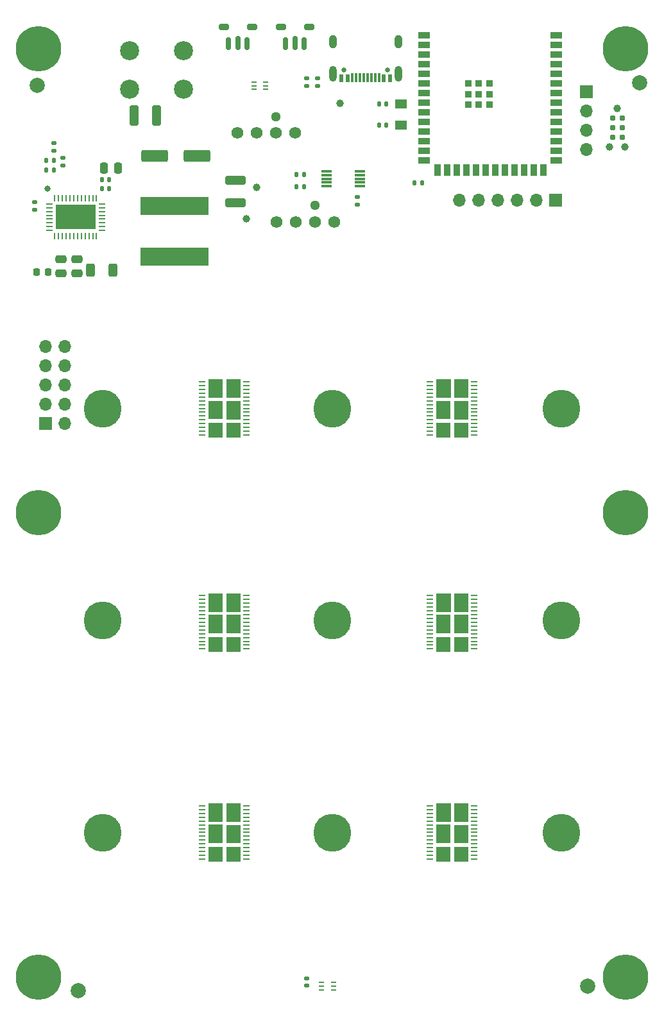
<source format=gbr>
%TF.GenerationSoftware,KiCad,Pcbnew,8.0.4*%
%TF.CreationDate,2024-08-30T10:45:38+02:00*%
%TF.ProjectId,bitaxeHex,62697461-7865-4486-9578-2e6b69636164,701*%
%TF.SameCoordinates,Original*%
%TF.FileFunction,Soldermask,Top*%
%TF.FilePolarity,Negative*%
%FSLAX46Y46*%
G04 Gerber Fmt 4.6, Leading zero omitted, Abs format (unit mm)*
G04 Created by KiCad (PCBNEW 8.0.4) date 2024-08-30 10:45:38*
%MOMM*%
%LPD*%
G01*
G04 APERTURE LIST*
G04 Aperture macros list*
%AMRoundRect*
0 Rectangle with rounded corners*
0 $1 Rounding radius*
0 $2 $3 $4 $5 $6 $7 $8 $9 X,Y pos of 4 corners*
0 Add a 4 corners polygon primitive as box body*
4,1,4,$2,$3,$4,$5,$6,$7,$8,$9,$2,$3,0*
0 Add four circle primitives for the rounded corners*
1,1,$1+$1,$2,$3*
1,1,$1+$1,$4,$5*
1,1,$1+$1,$6,$7*
1,1,$1+$1,$8,$9*
0 Add four rect primitives between the rounded corners*
20,1,$1+$1,$2,$3,$4,$5,0*
20,1,$1+$1,$4,$5,$6,$7,0*
20,1,$1+$1,$6,$7,$8,$9,0*
20,1,$1+$1,$8,$9,$2,$3,0*%
G04 Aperture macros list end*
%ADD10C,0.120000*%
%ADD11C,0.990600*%
%ADD12C,0.787400*%
%ADD13C,1.000000*%
%ADD14RoundRect,0.135000X0.185000X-0.135000X0.185000X0.135000X-0.185000X0.135000X-0.185000X-0.135000X0*%
%ADD15C,0.800000*%
%ADD16C,6.000000*%
%ADD17R,1.600200X1.168400*%
%ADD18C,2.520000*%
%ADD19C,1.295400*%
%ADD20C,1.574800*%
%ADD21C,5.000000*%
%ADD22RoundRect,0.250000X-0.475000X0.250000X-0.475000X-0.250000X0.475000X-0.250000X0.475000X0.250000X0*%
%ADD23RoundRect,0.135000X0.135000X0.185000X-0.135000X0.185000X-0.135000X-0.185000X0.135000X-0.185000X0*%
%ADD24RoundRect,0.200000X0.450000X0.200000X-0.450000X0.200000X-0.450000X-0.200000X0.450000X-0.200000X0*%
%ADD25O,0.740000X1.750000*%
%ADD26RoundRect,0.150000X0.150000X0.750000X-0.150000X0.750000X-0.150000X-0.750000X0.150000X-0.750000X0*%
%ADD27C,2.000000*%
%ADD28R,9.000000X2.380000*%
%ADD29RoundRect,0.140000X0.140000X0.170000X-0.140000X0.170000X-0.140000X-0.170000X0.140000X-0.170000X0*%
%ADD30RoundRect,0.225000X-0.225000X-0.250000X0.225000X-0.250000X0.225000X0.250000X-0.225000X0.250000X0*%
%ADD31RoundRect,0.250000X-1.500000X-0.550000X1.500000X-0.550000X1.500000X0.550000X-1.500000X0.550000X0*%
%ADD32R,1.700000X1.700000*%
%ADD33O,1.700000X1.700000*%
%ADD34RoundRect,0.055250X0.340750X0.055250X-0.340750X0.055250X-0.340750X-0.055250X0.340750X-0.055250X0*%
%ADD35RoundRect,0.135000X-0.185000X0.135000X-0.185000X-0.135000X0.185000X-0.135000X0.185000X0.135000X0*%
%ADD36RoundRect,0.140000X0.170000X-0.140000X0.170000X0.140000X-0.170000X0.140000X-0.170000X-0.140000X0*%
%ADD37RoundRect,0.250000X1.100000X-0.325000X1.100000X0.325000X-1.100000X0.325000X-1.100000X-0.325000X0*%
%ADD38RoundRect,0.140000X-0.140000X-0.170000X0.140000X-0.170000X0.140000X0.170000X-0.140000X0.170000X0*%
%ADD39R,1.400000X0.300000*%
%ADD40RoundRect,0.062500X0.062500X-0.337500X0.062500X0.337500X-0.062500X0.337500X-0.062500X-0.337500X0*%
%ADD41RoundRect,0.062500X0.337500X-0.062500X0.337500X0.062500X-0.337500X0.062500X-0.337500X-0.062500X0*%
%ADD42C,0.400000*%
%ADD43R,5.300000X3.300000*%
%ADD44R,0.711200X0.228600*%
%ADD45R,1.500000X0.900000*%
%ADD46R,0.900000X1.500000*%
%ADD47R,0.900000X0.900000*%
%ADD48RoundRect,0.250000X-0.325000X-1.100000X0.325000X-1.100000X0.325000X1.100000X-0.325000X1.100000X0*%
%ADD49RoundRect,0.140000X-0.170000X0.140000X-0.170000X-0.140000X0.170000X-0.140000X0.170000X0.140000X0*%
%ADD50C,0.650000*%
%ADD51R,0.600000X1.060000*%
%ADD52R,0.300000X1.150000*%
%ADD53O,1.000000X2.100000*%
%ADD54O,1.000000X1.800000*%
%ADD55RoundRect,0.135000X-0.135000X-0.185000X0.135000X-0.185000X0.135000X0.185000X-0.135000X0.185000X0*%
%ADD56RoundRect,0.250000X-0.312500X-0.625000X0.312500X-0.625000X0.312500X0.625000X-0.312500X0.625000X0*%
%ADD57RoundRect,0.250000X-0.250000X-0.475000X0.250000X-0.475000X0.250000X0.475000X-0.250000X0.475000X0*%
G04 APERTURE END LIST*
%TO.C,U12*%
D10*
X75888000Y-95966000D02*
X77688000Y-95966000D01*
X77688000Y-98326000D01*
X75888000Y-98326000D01*
X75888000Y-95966000D01*
G36*
X75888000Y-95966000D02*
G01*
X77688000Y-95966000D01*
X77688000Y-98326000D01*
X75888000Y-98326000D01*
X75888000Y-95966000D01*
G37*
X75908000Y-93156000D02*
X77708000Y-93156000D01*
X77708000Y-95516000D01*
X75908000Y-95516000D01*
X75908000Y-93156000D01*
G36*
X75908000Y-93156000D02*
G01*
X77708000Y-93156000D01*
X77708000Y-95516000D01*
X75908000Y-95516000D01*
X75908000Y-93156000D01*
G37*
X75908000Y-98916000D02*
X77688000Y-98916000D01*
X77688000Y-100786000D01*
X75908000Y-100786000D01*
X75908000Y-98916000D01*
G36*
X75908000Y-98916000D02*
G01*
X77688000Y-98916000D01*
X77688000Y-100786000D01*
X75908000Y-100786000D01*
X75908000Y-98916000D01*
G37*
X78258000Y-93156000D02*
X80058000Y-93156000D01*
X80058000Y-95516000D01*
X78258000Y-95516000D01*
X78258000Y-93156000D01*
G36*
X78258000Y-93156000D02*
G01*
X80058000Y-93156000D01*
X80058000Y-95516000D01*
X78258000Y-95516000D01*
X78258000Y-93156000D01*
G37*
X78258000Y-95976000D02*
X80058000Y-95976000D01*
X80058000Y-98336000D01*
X78258000Y-98336000D01*
X78258000Y-95976000D01*
G36*
X78258000Y-95976000D02*
G01*
X80058000Y-95976000D01*
X80058000Y-98336000D01*
X78258000Y-98336000D01*
X78258000Y-95976000D01*
G37*
X78278000Y-98906000D02*
X80058000Y-98906000D01*
X80058000Y-100786000D01*
X78278000Y-100786000D01*
X78278000Y-98906000D01*
G36*
X78278000Y-98906000D02*
G01*
X80058000Y-98906000D01*
X80058000Y-100786000D01*
X78278000Y-100786000D01*
X78278000Y-98906000D01*
G37*
%TO.C,U18*%
X105992000Y-124190000D02*
X107792000Y-124190000D01*
X107792000Y-126550000D01*
X105992000Y-126550000D01*
X105992000Y-124190000D01*
G36*
X105992000Y-124190000D02*
G01*
X107792000Y-124190000D01*
X107792000Y-126550000D01*
X105992000Y-126550000D01*
X105992000Y-124190000D01*
G37*
X106012000Y-121380000D02*
X107812000Y-121380000D01*
X107812000Y-123740000D01*
X106012000Y-123740000D01*
X106012000Y-121380000D01*
G36*
X106012000Y-121380000D02*
G01*
X107812000Y-121380000D01*
X107812000Y-123740000D01*
X106012000Y-123740000D01*
X106012000Y-121380000D01*
G37*
X106012000Y-127140000D02*
X107792000Y-127140000D01*
X107792000Y-129010000D01*
X106012000Y-129010000D01*
X106012000Y-127140000D01*
G36*
X106012000Y-127140000D02*
G01*
X107792000Y-127140000D01*
X107792000Y-129010000D01*
X106012000Y-129010000D01*
X106012000Y-127140000D01*
G37*
X108362000Y-121380000D02*
X110162000Y-121380000D01*
X110162000Y-123740000D01*
X108362000Y-123740000D01*
X108362000Y-121380000D01*
G36*
X108362000Y-121380000D02*
G01*
X110162000Y-121380000D01*
X110162000Y-123740000D01*
X108362000Y-123740000D01*
X108362000Y-121380000D01*
G37*
X108362000Y-124200000D02*
X110162000Y-124200000D01*
X110162000Y-126560000D01*
X108362000Y-126560000D01*
X108362000Y-124200000D01*
G36*
X108362000Y-124200000D02*
G01*
X110162000Y-124200000D01*
X110162000Y-126560000D01*
X108362000Y-126560000D01*
X108362000Y-124200000D01*
G37*
X108382000Y-127130000D02*
X110162000Y-127130000D01*
X110162000Y-129010000D01*
X108382000Y-129010000D01*
X108382000Y-127130000D01*
G36*
X108382000Y-127130000D02*
G01*
X110162000Y-127130000D01*
X110162000Y-129010000D01*
X108382000Y-129010000D01*
X108382000Y-127130000D01*
G37*
%TO.C,U28*%
X105992000Y-95966000D02*
X107792000Y-95966000D01*
X107792000Y-98326000D01*
X105992000Y-98326000D01*
X105992000Y-95966000D01*
G36*
X105992000Y-95966000D02*
G01*
X107792000Y-95966000D01*
X107792000Y-98326000D01*
X105992000Y-98326000D01*
X105992000Y-95966000D01*
G37*
X106012000Y-93156000D02*
X107812000Y-93156000D01*
X107812000Y-95516000D01*
X106012000Y-95516000D01*
X106012000Y-93156000D01*
G36*
X106012000Y-93156000D02*
G01*
X107812000Y-93156000D01*
X107812000Y-95516000D01*
X106012000Y-95516000D01*
X106012000Y-93156000D01*
G37*
X106012000Y-98916000D02*
X107792000Y-98916000D01*
X107792000Y-100786000D01*
X106012000Y-100786000D01*
X106012000Y-98916000D01*
G36*
X106012000Y-98916000D02*
G01*
X107792000Y-98916000D01*
X107792000Y-100786000D01*
X106012000Y-100786000D01*
X106012000Y-98916000D01*
G37*
X108362000Y-93156000D02*
X110162000Y-93156000D01*
X110162000Y-95516000D01*
X108362000Y-95516000D01*
X108362000Y-93156000D01*
G36*
X108362000Y-93156000D02*
G01*
X110162000Y-93156000D01*
X110162000Y-95516000D01*
X108362000Y-95516000D01*
X108362000Y-93156000D01*
G37*
X108362000Y-95976000D02*
X110162000Y-95976000D01*
X110162000Y-98336000D01*
X108362000Y-98336000D01*
X108362000Y-95976000D01*
G36*
X108362000Y-95976000D02*
G01*
X110162000Y-95976000D01*
X110162000Y-98336000D01*
X108362000Y-98336000D01*
X108362000Y-95976000D01*
G37*
X108382000Y-98906000D02*
X110162000Y-98906000D01*
X110162000Y-100786000D01*
X108382000Y-100786000D01*
X108382000Y-98906000D01*
G36*
X108382000Y-98906000D02*
G01*
X110162000Y-98906000D01*
X110162000Y-100786000D01*
X108382000Y-100786000D01*
X108382000Y-98906000D01*
G37*
%TO.C,U25*%
X105992000Y-151920000D02*
X107792000Y-151920000D01*
X107792000Y-154280000D01*
X105992000Y-154280000D01*
X105992000Y-151920000D01*
G36*
X105992000Y-151920000D02*
G01*
X107792000Y-151920000D01*
X107792000Y-154280000D01*
X105992000Y-154280000D01*
X105992000Y-151920000D01*
G37*
X106012000Y-149110000D02*
X107812000Y-149110000D01*
X107812000Y-151470000D01*
X106012000Y-151470000D01*
X106012000Y-149110000D01*
G36*
X106012000Y-149110000D02*
G01*
X107812000Y-149110000D01*
X107812000Y-151470000D01*
X106012000Y-151470000D01*
X106012000Y-149110000D01*
G37*
X106012000Y-154870000D02*
X107792000Y-154870000D01*
X107792000Y-156740000D01*
X106012000Y-156740000D01*
X106012000Y-154870000D01*
G36*
X106012000Y-154870000D02*
G01*
X107792000Y-154870000D01*
X107792000Y-156740000D01*
X106012000Y-156740000D01*
X106012000Y-154870000D01*
G37*
X108362000Y-149110000D02*
X110162000Y-149110000D01*
X110162000Y-151470000D01*
X108362000Y-151470000D01*
X108362000Y-149110000D01*
G36*
X108362000Y-149110000D02*
G01*
X110162000Y-149110000D01*
X110162000Y-151470000D01*
X108362000Y-151470000D01*
X108362000Y-149110000D01*
G37*
X108362000Y-151930000D02*
X110162000Y-151930000D01*
X110162000Y-154290000D01*
X108362000Y-154290000D01*
X108362000Y-151930000D01*
G36*
X108362000Y-151930000D02*
G01*
X110162000Y-151930000D01*
X110162000Y-154290000D01*
X108362000Y-154290000D01*
X108362000Y-151930000D01*
G37*
X108382000Y-154860000D02*
X110162000Y-154860000D01*
X110162000Y-156740000D01*
X108382000Y-156740000D01*
X108382000Y-154860000D01*
G36*
X108382000Y-154860000D02*
G01*
X110162000Y-154860000D01*
X110162000Y-156740000D01*
X108382000Y-156740000D01*
X108382000Y-154860000D01*
G37*
%TO.C,U13*%
X75888000Y-124190000D02*
X77688000Y-124190000D01*
X77688000Y-126550000D01*
X75888000Y-126550000D01*
X75888000Y-124190000D01*
G36*
X75888000Y-124190000D02*
G01*
X77688000Y-124190000D01*
X77688000Y-126550000D01*
X75888000Y-126550000D01*
X75888000Y-124190000D01*
G37*
X75908000Y-121380000D02*
X77708000Y-121380000D01*
X77708000Y-123740000D01*
X75908000Y-123740000D01*
X75908000Y-121380000D01*
G36*
X75908000Y-121380000D02*
G01*
X77708000Y-121380000D01*
X77708000Y-123740000D01*
X75908000Y-123740000D01*
X75908000Y-121380000D01*
G37*
X75908000Y-127140000D02*
X77688000Y-127140000D01*
X77688000Y-129010000D01*
X75908000Y-129010000D01*
X75908000Y-127140000D01*
G36*
X75908000Y-127140000D02*
G01*
X77688000Y-127140000D01*
X77688000Y-129010000D01*
X75908000Y-129010000D01*
X75908000Y-127140000D01*
G37*
X78258000Y-121380000D02*
X80058000Y-121380000D01*
X80058000Y-123740000D01*
X78258000Y-123740000D01*
X78258000Y-121380000D01*
G36*
X78258000Y-121380000D02*
G01*
X80058000Y-121380000D01*
X80058000Y-123740000D01*
X78258000Y-123740000D01*
X78258000Y-121380000D01*
G37*
X78258000Y-124200000D02*
X80058000Y-124200000D01*
X80058000Y-126560000D01*
X78258000Y-126560000D01*
X78258000Y-124200000D01*
G36*
X78258000Y-124200000D02*
G01*
X80058000Y-124200000D01*
X80058000Y-126560000D01*
X78258000Y-126560000D01*
X78258000Y-124200000D01*
G37*
X78278000Y-127130000D02*
X80058000Y-127130000D01*
X80058000Y-129010000D01*
X78278000Y-129010000D01*
X78278000Y-127130000D01*
G36*
X78278000Y-127130000D02*
G01*
X80058000Y-127130000D01*
X80058000Y-129010000D01*
X78278000Y-129010000D01*
X78278000Y-127130000D01*
G37*
%TO.C,U27*%
X75888000Y-151920000D02*
X77688000Y-151920000D01*
X77688000Y-154280000D01*
X75888000Y-154280000D01*
X75888000Y-151920000D01*
G36*
X75888000Y-151920000D02*
G01*
X77688000Y-151920000D01*
X77688000Y-154280000D01*
X75888000Y-154280000D01*
X75888000Y-151920000D01*
G37*
X75908000Y-149110000D02*
X77708000Y-149110000D01*
X77708000Y-151470000D01*
X75908000Y-151470000D01*
X75908000Y-149110000D01*
G36*
X75908000Y-149110000D02*
G01*
X77708000Y-149110000D01*
X77708000Y-151470000D01*
X75908000Y-151470000D01*
X75908000Y-149110000D01*
G37*
X75908000Y-154870000D02*
X77688000Y-154870000D01*
X77688000Y-156740000D01*
X75908000Y-156740000D01*
X75908000Y-154870000D01*
G36*
X75908000Y-154870000D02*
G01*
X77688000Y-154870000D01*
X77688000Y-156740000D01*
X75908000Y-156740000D01*
X75908000Y-154870000D01*
G37*
X78258000Y-149110000D02*
X80058000Y-149110000D01*
X80058000Y-151470000D01*
X78258000Y-151470000D01*
X78258000Y-149110000D01*
G36*
X78258000Y-149110000D02*
G01*
X80058000Y-149110000D01*
X80058000Y-151470000D01*
X78258000Y-151470000D01*
X78258000Y-149110000D01*
G37*
X78258000Y-151930000D02*
X80058000Y-151930000D01*
X80058000Y-154290000D01*
X78258000Y-154290000D01*
X78258000Y-151930000D01*
G36*
X78258000Y-151930000D02*
G01*
X80058000Y-151930000D01*
X80058000Y-154290000D01*
X78258000Y-154290000D01*
X78258000Y-151930000D01*
G37*
X78278000Y-154860000D02*
X80058000Y-154860000D01*
X80058000Y-156740000D01*
X78278000Y-156740000D01*
X78278000Y-154860000D01*
G36*
X78278000Y-154860000D02*
G01*
X80058000Y-154860000D01*
X80058000Y-156740000D01*
X78278000Y-156740000D01*
X78278000Y-154860000D01*
G37*
%TD*%
D11*
%TO.C,J4*%
X129900000Y-57360000D03*
X130916000Y-62440000D03*
X128884000Y-62440000D03*
D12*
X129265000Y-58630000D03*
X130535000Y-58630000D03*
X129265000Y-59900000D03*
X130535000Y-59900000D03*
X129265000Y-61170000D03*
X130535000Y-61170000D03*
%TD*%
D13*
%TO.C,TP5*%
X80900000Y-71950000D03*
%TD*%
D14*
%TO.C,R18*%
X88850000Y-54430000D03*
X88850000Y-53410000D03*
%TD*%
D15*
%TO.C,H1*%
X51250000Y-49500000D03*
X51909010Y-47909010D03*
X51909010Y-51090990D03*
X53500000Y-47250000D03*
D16*
X53500000Y-49500000D03*
D15*
X53500000Y-51750000D03*
X55090990Y-47909010D03*
X55090990Y-51090990D03*
X55750000Y-49500000D03*
%TD*%
D17*
%TO.C,Y1*%
X101300000Y-56777600D03*
X101300000Y-59622400D03*
%TD*%
D18*
%TO.C,J1*%
X65500000Y-54864000D03*
X65500000Y-49784000D03*
%TD*%
D19*
%TO.C,J8*%
X84780000Y-58489999D03*
D20*
X79700000Y-60650000D03*
X82240000Y-60650000D03*
X84780000Y-60650000D03*
X87320000Y-60650000D03*
%TD*%
D21*
%TO.C,H13*%
X92250000Y-97000000D03*
%TD*%
D15*
%TO.C,TP1*%
X54700000Y-67950000D03*
%TD*%
D22*
%TO.C,C23*%
X56475000Y-77300000D03*
X56475000Y-79200000D03*
%TD*%
D23*
%TO.C,R25*%
X88560000Y-67725000D03*
X87540000Y-67725000D03*
%TD*%
D24*
%TO.C,SW2*%
X81650000Y-46667500D03*
X77950000Y-46667500D03*
D25*
X81030000Y-48867500D03*
X78570000Y-48867500D03*
D26*
X79800000Y-48767500D03*
%TD*%
D15*
%TO.C,H4*%
X128750000Y-172000000D03*
X129409010Y-170409010D03*
X129409010Y-173590990D03*
X131000000Y-169750000D03*
D16*
X131000000Y-172000000D03*
D15*
X131000000Y-174250000D03*
X132590990Y-170409010D03*
X132590990Y-173590990D03*
X133250000Y-172000000D03*
%TD*%
D27*
%TO.C,FID3*%
X53340000Y-54356000D03*
%TD*%
D28*
%TO.C,L2*%
X71400000Y-76925000D03*
X71400000Y-70275000D03*
%TD*%
D29*
%TO.C,C13*%
X55500000Y-64225000D03*
X54540000Y-64225000D03*
%TD*%
D30*
%TO.C,C5*%
X53225000Y-79000000D03*
X54775000Y-79000000D03*
%TD*%
D29*
%TO.C,C36*%
X99380000Y-56800000D03*
X98420000Y-56800000D03*
%TD*%
D31*
%TO.C,C10*%
X68828000Y-63650000D03*
X74428000Y-63650000D03*
%TD*%
D21*
%TO.C,H15*%
X92250000Y-153000000D03*
%TD*%
D32*
%TO.C,J6*%
X121760000Y-69500000D03*
D33*
X119220000Y-69500000D03*
X116680000Y-69500000D03*
X114140000Y-69500000D03*
X111600000Y-69500000D03*
X109060000Y-69500000D03*
%TD*%
D34*
%TO.C,U12*%
X80894000Y-100500000D03*
X80894000Y-99998000D03*
X80894000Y-99496000D03*
X80894000Y-98994000D03*
X80894000Y-98492000D03*
X80894000Y-97990000D03*
X80894000Y-97488000D03*
X80894000Y-96986000D03*
X80894000Y-96484000D03*
X80894000Y-95982000D03*
X80894000Y-95480000D03*
X80894000Y-94978000D03*
X80894000Y-94476000D03*
X80894000Y-93974000D03*
X80894000Y-93472000D03*
X75062000Y-93472000D03*
X75062000Y-93974000D03*
X75062000Y-94476000D03*
X75062000Y-94978000D03*
X75062000Y-95480000D03*
X75062000Y-95982000D03*
X75062000Y-96484000D03*
X75062000Y-96986000D03*
X75062000Y-97488000D03*
X75062000Y-97990000D03*
X75062000Y-98492000D03*
X75062000Y-98994000D03*
X75062000Y-99496000D03*
X75062000Y-99998000D03*
X75062000Y-100500000D03*
%TD*%
D35*
%TO.C,R8*%
X55545000Y-61990000D03*
X55545000Y-63010000D03*
%TD*%
D19*
%TO.C,J9*%
X89990000Y-70214999D03*
D20*
X84910000Y-72375000D03*
X87450000Y-72375000D03*
X89990000Y-72375000D03*
X92530000Y-72375000D03*
%TD*%
D36*
%TO.C,C40*%
X88900000Y-173180000D03*
X88900000Y-172220000D03*
%TD*%
D21*
%TO.C,H14*%
X92250000Y-125000000D03*
%TD*%
D13*
%TO.C,TP6*%
X82296000Y-67818000D03*
%TD*%
D21*
%TO.C,H10*%
X122500000Y-125000000D03*
%TD*%
D37*
%TO.C,C27*%
X79500000Y-69850000D03*
X79500000Y-66900000D03*
%TD*%
D38*
%TO.C,C2*%
X61845000Y-68000000D03*
X62805000Y-68000000D03*
%TD*%
D21*
%TO.C,H9*%
X62000000Y-125000000D03*
%TD*%
D27*
%TO.C,FID1*%
X132842000Y-54050000D03*
%TD*%
D39*
%TO.C,U9*%
X95900000Y-67675000D03*
X95900000Y-67175000D03*
X95900000Y-66675000D03*
X95900000Y-66175000D03*
X95900000Y-65675000D03*
X91500000Y-65675000D03*
X91500000Y-66175000D03*
X91500000Y-66675000D03*
X91500000Y-67175000D03*
X91500000Y-67675000D03*
%TD*%
D29*
%TO.C,C37*%
X99380000Y-59600000D03*
X98420000Y-59600000D03*
%TD*%
D23*
%TO.C,R9*%
X55555000Y-65500000D03*
X54535000Y-65500000D03*
%TD*%
D35*
%TO.C,R13*%
X56725000Y-63890000D03*
X56725000Y-64910000D03*
%TD*%
D40*
%TO.C,U3*%
X55650000Y-74250000D03*
X56150000Y-74250000D03*
X56650000Y-74250000D03*
X57150000Y-74250000D03*
X57650000Y-74250000D03*
X58150000Y-74250000D03*
X58650000Y-74250000D03*
X59150000Y-74250000D03*
X59650000Y-74250000D03*
X60150000Y-74250000D03*
X60650000Y-74250000D03*
X61150000Y-74250000D03*
D41*
X61900000Y-73500000D03*
X61900000Y-73000000D03*
X61900000Y-72500000D03*
X61900000Y-72000000D03*
X61900000Y-71500000D03*
X61900000Y-71000000D03*
X61900000Y-70500000D03*
X61900000Y-70000000D03*
D40*
X61150000Y-69250000D03*
X60650000Y-69250000D03*
X60150000Y-69250000D03*
X59650000Y-69250000D03*
X59150000Y-69250000D03*
X58650000Y-69250000D03*
X58150000Y-69250000D03*
X57650000Y-69250000D03*
X57150000Y-69250000D03*
X56650000Y-69250000D03*
X56150000Y-69250000D03*
X55650000Y-69250000D03*
D41*
X54900000Y-70000000D03*
X54900000Y-70500000D03*
X54900000Y-71000000D03*
X54900000Y-71500000D03*
X54900000Y-72000000D03*
X54900000Y-72500000D03*
X54900000Y-73000000D03*
X54900000Y-73500000D03*
D42*
X57000000Y-73030000D03*
X58400000Y-73030000D03*
X59800000Y-73030000D03*
X56000000Y-71750000D03*
X57000000Y-71750000D03*
X58400000Y-71750000D03*
D43*
X58400000Y-71750000D03*
D42*
X59800000Y-71750000D03*
X60800000Y-71750000D03*
X57000000Y-70470000D03*
X58400000Y-70470000D03*
X59800000Y-70470000D03*
%TD*%
D27*
%TO.C,FID7*%
X58725000Y-173825000D03*
%TD*%
D38*
%TO.C,C16*%
X61845000Y-66825000D03*
X62805000Y-66825000D03*
%TD*%
D44*
%TO.C,U7*%
X83500100Y-54899999D03*
X83500100Y-54400000D03*
X83500100Y-53900001D03*
X81899900Y-53900001D03*
X81899900Y-54400000D03*
X81899900Y-54899999D03*
%TD*%
D21*
%TO.C,H12*%
X122500000Y-153000000D03*
%TD*%
D22*
%TO.C,C22*%
X58575000Y-77300000D03*
X58575000Y-79200000D03*
%TD*%
D21*
%TO.C,H8*%
X122500000Y-97000000D03*
%TD*%
D34*
%TO.C,U18*%
X110998000Y-128724000D03*
X110998000Y-128222000D03*
X110998000Y-127720000D03*
X110998000Y-127218000D03*
X110998000Y-126716000D03*
X110998000Y-126214000D03*
X110998000Y-125712000D03*
X110998000Y-125210000D03*
X110998000Y-124708000D03*
X110998000Y-124206000D03*
X110998000Y-123704000D03*
X110998000Y-123202000D03*
X110998000Y-122700000D03*
X110998000Y-122198000D03*
X110998000Y-121696000D03*
X105166000Y-121696000D03*
X105166000Y-122198000D03*
X105166000Y-122700000D03*
X105166000Y-123202000D03*
X105166000Y-123704000D03*
X105166000Y-124206000D03*
X105166000Y-124708000D03*
X105166000Y-125210000D03*
X105166000Y-125712000D03*
X105166000Y-126214000D03*
X105166000Y-126716000D03*
X105166000Y-127218000D03*
X105166000Y-127720000D03*
X105166000Y-128222000D03*
X105166000Y-128724000D03*
%TD*%
D21*
%TO.C,H7*%
X62000000Y-97000000D03*
%TD*%
D32*
%TO.C,J5*%
X125800000Y-55200000D03*
D33*
X125800000Y-57740000D03*
X125800000Y-60280000D03*
X125800000Y-62820000D03*
%TD*%
D45*
%TO.C,U6*%
X104350000Y-47780000D03*
X104350000Y-49050000D03*
X104350000Y-50320000D03*
X104350000Y-51590000D03*
X104350000Y-52860000D03*
X104350000Y-54130000D03*
X104350000Y-55400000D03*
X104350000Y-56670000D03*
X104350000Y-57940000D03*
X104350000Y-59210000D03*
X104350000Y-60480000D03*
X104350000Y-61750000D03*
X104350000Y-63020000D03*
X104350000Y-64290000D03*
D46*
X106115000Y-65540000D03*
X107385000Y-65540000D03*
X108655000Y-65540000D03*
X109925000Y-65540000D03*
X111195000Y-65540000D03*
X112465000Y-65540000D03*
X113735000Y-65540000D03*
X115005000Y-65540000D03*
X116275000Y-65540000D03*
X117545000Y-65540000D03*
X118815000Y-65540000D03*
X120085000Y-65540000D03*
D45*
X121850000Y-64290000D03*
X121850000Y-63020000D03*
X121850000Y-61750000D03*
X121850000Y-60480000D03*
X121850000Y-59210000D03*
X121850000Y-57940000D03*
X121850000Y-56670000D03*
X121850000Y-55400000D03*
X121850000Y-54130000D03*
X121850000Y-52860000D03*
X121850000Y-51590000D03*
X121850000Y-50320000D03*
X121850000Y-49050000D03*
X121850000Y-47780000D03*
D47*
X110200000Y-54100000D03*
X110200000Y-55500000D03*
X110200000Y-56900000D03*
X111600000Y-54100000D03*
X111600000Y-55500000D03*
X111600000Y-56900000D03*
X113000000Y-54100000D03*
X113000000Y-55500000D03*
X113000000Y-56900000D03*
%TD*%
D48*
%TO.C,C9*%
X66125000Y-58300000D03*
X69075000Y-58300000D03*
%TD*%
D34*
%TO.C,U28*%
X110998000Y-100500000D03*
X110998000Y-99998000D03*
X110998000Y-99496000D03*
X110998000Y-98994000D03*
X110998000Y-98492000D03*
X110998000Y-97990000D03*
X110998000Y-97488000D03*
X110998000Y-96986000D03*
X110998000Y-96484000D03*
X110998000Y-95982000D03*
X110998000Y-95480000D03*
X110998000Y-94978000D03*
X110998000Y-94476000D03*
X110998000Y-93974000D03*
X110998000Y-93472000D03*
X105166000Y-93472000D03*
X105166000Y-93974000D03*
X105166000Y-94476000D03*
X105166000Y-94978000D03*
X105166000Y-95480000D03*
X105166000Y-95982000D03*
X105166000Y-96484000D03*
X105166000Y-96986000D03*
X105166000Y-97488000D03*
X105166000Y-97990000D03*
X105166000Y-98492000D03*
X105166000Y-98994000D03*
X105166000Y-99496000D03*
X105166000Y-99998000D03*
X105166000Y-100500000D03*
%TD*%
D27*
%TO.C,FID5*%
X125984000Y-173228000D03*
%TD*%
D34*
%TO.C,U25*%
X110998000Y-156454000D03*
X110998000Y-155952000D03*
X110998000Y-155450000D03*
X110998000Y-154948000D03*
X110998000Y-154446000D03*
X110998000Y-153944000D03*
X110998000Y-153442000D03*
X110998000Y-152940000D03*
X110998000Y-152438000D03*
X110998000Y-151936000D03*
X110998000Y-151434000D03*
X110998000Y-150932000D03*
X110998000Y-150430000D03*
X110998000Y-149928000D03*
X110998000Y-149426000D03*
X105166000Y-149426000D03*
X105166000Y-149928000D03*
X105166000Y-150430000D03*
X105166000Y-150932000D03*
X105166000Y-151434000D03*
X105166000Y-151936000D03*
X105166000Y-152438000D03*
X105166000Y-152940000D03*
X105166000Y-153442000D03*
X105166000Y-153944000D03*
X105166000Y-154446000D03*
X105166000Y-154948000D03*
X105166000Y-155450000D03*
X105166000Y-155952000D03*
X105166000Y-156454000D03*
%TD*%
D49*
%TO.C,C32*%
X90300000Y-53440000D03*
X90300000Y-54400000D03*
%TD*%
D15*
%TO.C,H5*%
X51250000Y-110750000D03*
X51909010Y-109159010D03*
X51909010Y-112340990D03*
X53500000Y-108500000D03*
D16*
X53500000Y-110750000D03*
D15*
X53500000Y-113000000D03*
X55090990Y-109159010D03*
X55090990Y-112340990D03*
X55750000Y-110750000D03*
%TD*%
D34*
%TO.C,U13*%
X80894000Y-128724000D03*
X80894000Y-128222000D03*
X80894000Y-127720000D03*
X80894000Y-127218000D03*
X80894000Y-126716000D03*
X80894000Y-126214000D03*
X80894000Y-125712000D03*
X80894000Y-125210000D03*
X80894000Y-124708000D03*
X80894000Y-124206000D03*
X80894000Y-123704000D03*
X80894000Y-123202000D03*
X80894000Y-122700000D03*
X80894000Y-122198000D03*
X80894000Y-121696000D03*
X75062000Y-121696000D03*
X75062000Y-122198000D03*
X75062000Y-122700000D03*
X75062000Y-123202000D03*
X75062000Y-123704000D03*
X75062000Y-124206000D03*
X75062000Y-124708000D03*
X75062000Y-125210000D03*
X75062000Y-125712000D03*
X75062000Y-126214000D03*
X75062000Y-126716000D03*
X75062000Y-127218000D03*
X75062000Y-127720000D03*
X75062000Y-128222000D03*
X75062000Y-128724000D03*
%TD*%
D50*
%TO.C,J7*%
X99560000Y-52300000D03*
X93780000Y-52300000D03*
D51*
X99870000Y-53420000D03*
X99070000Y-53420000D03*
D52*
X97920000Y-53375000D03*
X96920000Y-53375000D03*
X96420000Y-53375000D03*
X95420000Y-53375000D03*
D51*
X94270000Y-53420000D03*
X93470000Y-53420000D03*
X93470000Y-53420000D03*
X94270000Y-53420000D03*
D52*
X94920000Y-53375000D03*
X95920000Y-53375000D03*
X97420000Y-53375000D03*
X98420000Y-53375000D03*
D51*
X99070000Y-53420000D03*
X99870000Y-53420000D03*
D53*
X100990000Y-52800000D03*
D54*
X100990000Y-48620000D03*
D53*
X92350000Y-52800000D03*
D54*
X92350000Y-48620000D03*
%TD*%
D55*
%TO.C,R17*%
X103090000Y-67225000D03*
X104110000Y-67225000D03*
%TD*%
D56*
%TO.C,R14*%
X60387500Y-78750000D03*
X63312500Y-78750000D03*
%TD*%
D24*
%TO.C,SW1*%
X89200000Y-46667500D03*
X85500000Y-46667500D03*
D25*
X88580000Y-48867500D03*
X86120000Y-48867500D03*
D26*
X87350000Y-48767500D03*
%TD*%
D15*
%TO.C,H2*%
X128750000Y-49500000D03*
X129409010Y-47909010D03*
X129409010Y-51090990D03*
X131000000Y-47250000D03*
D16*
X131000000Y-49500000D03*
D15*
X131000000Y-51750000D03*
X132590990Y-47909010D03*
X132590990Y-51090990D03*
X133250000Y-49500000D03*
%TD*%
%TO.C,H3*%
X51250000Y-172000000D03*
X51909010Y-170409010D03*
X51909010Y-173590990D03*
X53500000Y-169750000D03*
D16*
X53500000Y-172000000D03*
D15*
X53500000Y-174250000D03*
X55090990Y-170409010D03*
X55090990Y-173590990D03*
X55750000Y-172000000D03*
%TD*%
D49*
%TO.C,C24*%
X53025000Y-69795000D03*
X53025000Y-70755000D03*
%TD*%
D21*
%TO.C,H11*%
X62000000Y-153000000D03*
%TD*%
D49*
%TO.C,C38*%
X95600000Y-69120000D03*
X95600000Y-70080000D03*
%TD*%
D15*
%TO.C,H6*%
X128750000Y-110750000D03*
X129409010Y-109159010D03*
X129409010Y-112340990D03*
X131000000Y-108500000D03*
D16*
X131000000Y-110750000D03*
D15*
X131000000Y-113000000D03*
X132590990Y-109159010D03*
X132590990Y-112340990D03*
X133250000Y-110750000D03*
%TD*%
D57*
%TO.C,C14*%
X62125000Y-65275000D03*
X64025000Y-65275000D03*
%TD*%
D34*
%TO.C,U27*%
X80894000Y-156454000D03*
X80894000Y-155952000D03*
X80894000Y-155450000D03*
X80894000Y-154948000D03*
X80894000Y-154446000D03*
X80894000Y-153944000D03*
X80894000Y-153442000D03*
X80894000Y-152940000D03*
X80894000Y-152438000D03*
X80894000Y-151936000D03*
X80894000Y-151434000D03*
X80894000Y-150932000D03*
X80894000Y-150430000D03*
X80894000Y-149928000D03*
X80894000Y-149426000D03*
X75062000Y-149426000D03*
X75062000Y-149928000D03*
X75062000Y-150430000D03*
X75062000Y-150932000D03*
X75062000Y-151434000D03*
X75062000Y-151936000D03*
X75062000Y-152438000D03*
X75062000Y-152940000D03*
X75062000Y-153442000D03*
X75062000Y-153944000D03*
X75062000Y-154446000D03*
X75062000Y-154948000D03*
X75062000Y-155450000D03*
X75062000Y-155952000D03*
X75062000Y-156454000D03*
%TD*%
D44*
%TO.C,U8*%
X92400900Y-173699999D03*
X92400900Y-173200000D03*
X92400900Y-172700001D03*
X90800700Y-172700001D03*
X90800700Y-173200000D03*
X90800700Y-173699999D03*
%TD*%
D13*
%TO.C,TP32*%
X93300000Y-56750000D03*
%TD*%
D18*
%TO.C,J2*%
X72644000Y-54864000D03*
X72644000Y-49784000D03*
%TD*%
D23*
%TO.C,R24*%
X88535000Y-66125000D03*
X87515000Y-66125000D03*
%TD*%
D32*
%TO.C,J3*%
X54450000Y-98970000D03*
D33*
X56990000Y-98970000D03*
X54450000Y-96430000D03*
X56990000Y-96430000D03*
X54450000Y-93890000D03*
X56990000Y-93890000D03*
X54450000Y-91350000D03*
X56990000Y-91350000D03*
X54450000Y-88810000D03*
X56990000Y-88810000D03*
%TD*%
M02*

</source>
